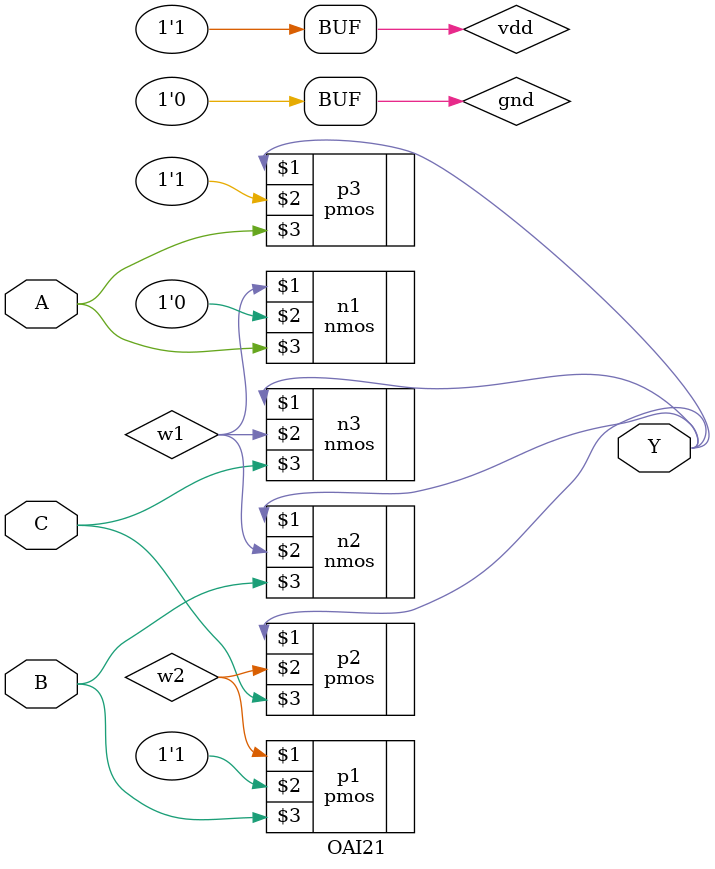
<source format=sv>
module OAI21 (
    output      wire Y,
    input       wire A,
    input       wire B,
    input       wire C
);

    wire        w1, w2;
    supply1     vdd;
    supply0     gnd;

    // VDD      -------+-----------+----------
    //              p3 |           | p1
    //           a --o|             |o-- b
    //                 |        w2 | p2
    //                 |            |o-- c
    //                 |           |
    //                 +-----------+--------- Y
    //              n2 |           | n3
    //           b ---|             |--- c
    //                 | w1     w1 | 
    //                 +-----+-----+
    //                    n1 |
    //                 a ---|       
    //                       |
    // GND      -------------+---------------


    pmos    p1(w2, vdd, B);
    pmos    p2(Y, w2, C);
    pmos    p3(Y, vdd, A);

    nmos    n1(w1, gnd, A);
    nmos    n2(Y, w1, B);
    nmos    n3(Y, w1, C);

endmodule

</source>
